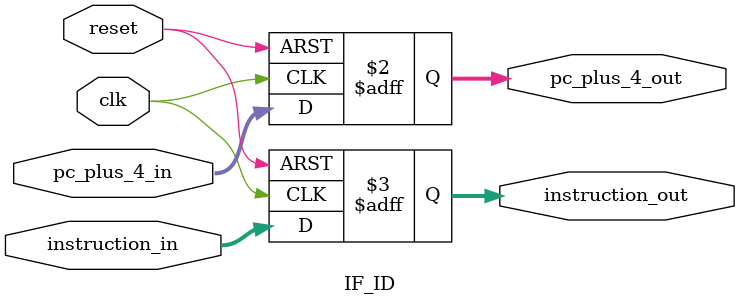
<source format=v>
module IF_ID(
    input clk,
    input reset,
    input [31:0] pc_plus_4_in,
    input [31:0] instruction_in,
    output reg [31:0] pc_plus_4_out,
    output reg [31:0] instruction_out
);
    always @(posedge clk or posedge reset) begin
        if (reset) begin
            pc_plus_4_out <= 32'b0;
            instruction_out <= 32'b0;
        end else begin
            pc_plus_4_out <= pc_plus_4_in;
            instruction_out <= instruction_in;
        end
    end
endmodule

</source>
